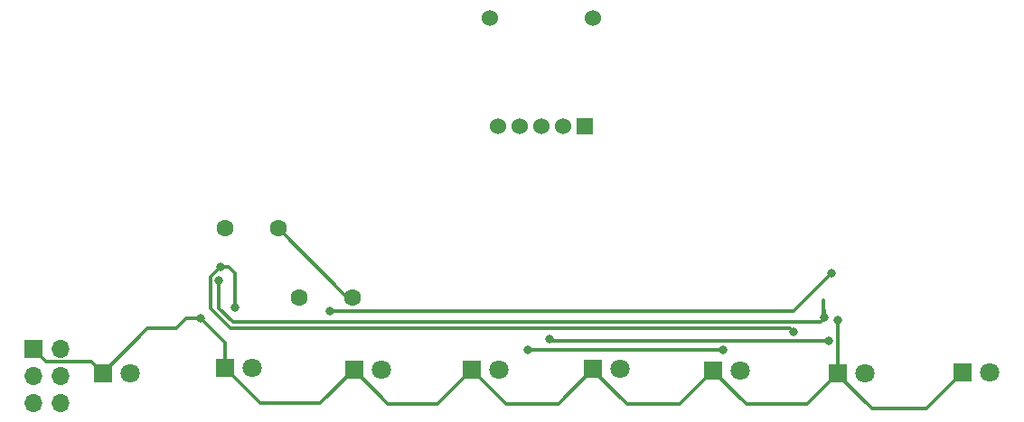
<source format=gbr>
%TF.GenerationSoftware,KiCad,Pcbnew,5.1.10-88a1d61d58~88~ubuntu20.04.1*%
%TF.CreationDate,2021-10-16T20:43:53-04:00*%
%TF.ProjectId,Spaceship-Badge-555,53706163-6573-4686-9970-2d4261646765,rev?*%
%TF.SameCoordinates,Original*%
%TF.FileFunction,Copper,L1,Top*%
%TF.FilePolarity,Positive*%
%FSLAX46Y46*%
G04 Gerber Fmt 4.6, Leading zero omitted, Abs format (unit mm)*
G04 Created by KiCad (PCBNEW 5.1.10-88a1d61d58~88~ubuntu20.04.1) date 2021-10-16 20:43:53*
%MOMM*%
%LPD*%
G01*
G04 APERTURE LIST*
%TA.AperFunction,ComponentPad*%
%ADD10C,1.524000*%
%TD*%
%TA.AperFunction,ComponentPad*%
%ADD11R,1.524000X1.524000*%
%TD*%
%TA.AperFunction,ComponentPad*%
%ADD12R,1.700000X1.700000*%
%TD*%
%TA.AperFunction,ComponentPad*%
%ADD13O,1.700000X1.700000*%
%TD*%
%TA.AperFunction,ComponentPad*%
%ADD14C,1.800000*%
%TD*%
%TA.AperFunction,ComponentPad*%
%ADD15R,1.800000X1.800000*%
%TD*%
%TA.AperFunction,ComponentPad*%
%ADD16C,1.600000*%
%TD*%
%TA.AperFunction,ViaPad*%
%ADD17C,0.800000*%
%TD*%
%TA.AperFunction,Conductor*%
%ADD18C,0.350000*%
%TD*%
G04 APERTURE END LIST*
D10*
%TO.P,RV1,2*%
%TO.N,Net-(C2-Pad1)*%
X196524880Y-79786480D03*
%TO.P,RV1,*%
%TO.N,*%
X194492880Y-79786480D03*
%TO.P,RV1,1*%
%TO.N,Net-(RV1-Pad1)*%
X192460880Y-79786480D03*
%TO.P,RV1,*%
%TO.N,*%
X198556880Y-79786480D03*
D11*
%TO.P,RV1,3*%
%TO.N,Net-(C2-Pad1)*%
X200588880Y-79786480D03*
D10*
%TO.P,RV1,*%
%TO.N,*%
X201350880Y-69626480D03*
X191698880Y-69626480D03*
%TD*%
D12*
%TO.P,J1,1*%
%TO.N,GND*%
X148920000Y-100660000D03*
D13*
%TO.P,J1,2*%
%TO.N,Net-(D1-Pad1)*%
X151460000Y-100660000D03*
%TO.P,J1,3*%
%TO.N,Net-(J1-Pad3)*%
X148920000Y-103200000D03*
%TO.P,J1,4*%
%TO.N,Net-(J1-Pad4)*%
X151460000Y-103200000D03*
%TO.P,J1,5*%
%TO.N,Net-(J1-Pad5)*%
X148920000Y-105740000D03*
%TO.P,J1,6*%
%TO.N,Net-(J1-Pad6)*%
X151460000Y-105740000D03*
%TD*%
D14*
%TO.P,D11,2*%
%TO.N,Net-(D11-Pad2)*%
X238506000Y-102870000D03*
D15*
%TO.P,D11,1*%
%TO.N,GND*%
X235966000Y-102870000D03*
%TD*%
D14*
%TO.P,D10,2*%
%TO.N,Net-(D10-Pad2)*%
X226847000Y-102997000D03*
D15*
%TO.P,D10,1*%
%TO.N,GND*%
X224307000Y-102997000D03*
%TD*%
D14*
%TO.P,D9,2*%
%TO.N,Net-(D9-Pad2)*%
X215163000Y-102718000D03*
D15*
%TO.P,D9,1*%
%TO.N,GND*%
X212623000Y-102718000D03*
%TD*%
D14*
%TO.P,D8,2*%
%TO.N,Net-(D8-Pad2)*%
X203886000Y-102565000D03*
D15*
%TO.P,D8,1*%
%TO.N,GND*%
X201346000Y-102565000D03*
%TD*%
D14*
%TO.P,D7,2*%
%TO.N,Net-(D7-Pad2)*%
X192481000Y-102616000D03*
D15*
%TO.P,D7,1*%
%TO.N,GND*%
X189941000Y-102616000D03*
%TD*%
D14*
%TO.P,D6,2*%
%TO.N,Net-(D6-Pad2)*%
X181483000Y-102591000D03*
D15*
%TO.P,D6,1*%
%TO.N,GND*%
X178943000Y-102591000D03*
%TD*%
D14*
%TO.P,D5,2*%
%TO.N,Net-(D5-Pad2)*%
X169418000Y-102413000D03*
D15*
%TO.P,D5,1*%
%TO.N,GND*%
X166878000Y-102413000D03*
%TD*%
D14*
%TO.P,D4,2*%
%TO.N,Net-(D4-Pad2)*%
X157937000Y-102921000D03*
D15*
%TO.P,D4,1*%
%TO.N,GND*%
X155397000Y-102921000D03*
%TD*%
D16*
%TO.P,C2,2*%
%TO.N,GND*%
X178787000Y-95859600D03*
%TO.P,C2,1*%
%TO.N,Net-(C2-Pad1)*%
X173787000Y-95859600D03*
%TD*%
%TO.P,C1,2*%
%TO.N,GND*%
X171827000Y-89357200D03*
%TO.P,C1,1*%
%TO.N,Net-(C1-Pad1)*%
X166827000Y-89357200D03*
%TD*%
D17*
%TO.N,GND*%
X164602000Y-97810300D03*
X224241000Y-97972900D03*
%TO.N,+6V*%
X220161700Y-99097900D03*
X166406000Y-92999600D03*
X167762000Y-96799400D03*
%TO.N,Net-(R6-Pad2)*%
X223638600Y-93530700D03*
X176648700Y-97084100D03*
%TO.N,Net-(R7-Pad2)*%
X213547400Y-100761000D03*
X195208000Y-100761000D03*
%TO.N,Net-(R8-Pad2)*%
X223451200Y-99887000D03*
X197286400Y-99747700D03*
%TO.N,Net-(U1-Pad3)*%
X223008800Y-97706000D03*
X166304000Y-94259400D03*
%TD*%
D18*
%TO.N,GND*%
X189941000Y-102616000D02*
X193157000Y-105832000D01*
X193157000Y-105832000D02*
X198079000Y-105832000D01*
X198079000Y-105832000D02*
X201346000Y-102565000D01*
X178943000Y-102591000D02*
X178943000Y-102606000D01*
X178943000Y-102606000D02*
X182148000Y-105811000D01*
X182148000Y-105811000D02*
X186746000Y-105811000D01*
X186746000Y-105811000D02*
X189941000Y-102616000D01*
X166878000Y-102413000D02*
X170210000Y-105745000D01*
X170210000Y-105745000D02*
X175788000Y-105745000D01*
X175788000Y-105745000D02*
X178943000Y-102591000D01*
X201346000Y-102565000D02*
X201346000Y-102682000D01*
X201346000Y-102682000D02*
X204511000Y-105847000D01*
X204511000Y-105847000D02*
X209494000Y-105847000D01*
X209494000Y-105847000D02*
X212623000Y-102718000D01*
X212623000Y-102718000D02*
X212623000Y-102773000D01*
X212623000Y-102773000D02*
X215732000Y-105882000D01*
X215732000Y-105882000D02*
X221422000Y-105882000D01*
X221422000Y-105882000D02*
X224307000Y-102997000D01*
X224307000Y-102997000D02*
X224307000Y-103114000D01*
X224307000Y-103114000D02*
X227487000Y-106294000D01*
X227487000Y-106294000D02*
X232542000Y-106294000D01*
X232542000Y-106294000D02*
X235966000Y-102870000D01*
X224241000Y-97972900D02*
X224241000Y-102931000D01*
X224241000Y-102931000D02*
X224307000Y-102997000D01*
X171827000Y-89357200D02*
X178330000Y-95859600D01*
X178330000Y-95859600D02*
X178787000Y-95859600D01*
X164602000Y-97810300D02*
X166863000Y-100071000D01*
X166863000Y-100071000D02*
X166863000Y-102398000D01*
X166863000Y-102398000D02*
X166878000Y-102413000D01*
X148920000Y-100660000D02*
X150145000Y-101885000D01*
X150145000Y-101885000D02*
X154362000Y-101885000D01*
X154362000Y-101885000D02*
X155397000Y-102921000D01*
X155397000Y-102921000D02*
X155397000Y-102910840D01*
X155397000Y-102921000D02*
X155432560Y-102921000D01*
X155432560Y-102921000D02*
X159618680Y-98734880D01*
X159618680Y-98734880D02*
X162331400Y-98734880D01*
X163255980Y-97810300D02*
X164602000Y-97810300D01*
X162331400Y-98734880D02*
X163255980Y-97810300D01*
%TO.N,+6V*%
X166406000Y-92999600D02*
X165489200Y-93916400D01*
X165489200Y-93916400D02*
X165489200Y-96824400D01*
X165489200Y-96824400D02*
X167365900Y-98701100D01*
X167365900Y-98701100D02*
X219764900Y-98701100D01*
X219764900Y-98701100D02*
X220161700Y-99097900D01*
X166406000Y-92999600D02*
X167218000Y-92999600D01*
X167218000Y-92999600D02*
X167762000Y-93543100D01*
X167762000Y-93543100D02*
X167762000Y-96799400D01*
%TO.N,Net-(R6-Pad2)*%
X176648700Y-97084100D02*
X220085200Y-97084100D01*
X220085200Y-97084100D02*
X223638600Y-93530700D01*
%TO.N,Net-(R7-Pad2)*%
X195208000Y-100761000D02*
X213547400Y-100761000D01*
%TO.N,Net-(R8-Pad2)*%
X223451200Y-99887000D02*
X197425700Y-99887000D01*
X197425700Y-99887000D02*
X197286400Y-99747700D01*
%TO.N,Net-(U1-Pad3)*%
X222956000Y-96995000D02*
X223008800Y-97047800D01*
X223008800Y-97047800D02*
X223008800Y-97706000D01*
X222956000Y-96995000D02*
X222956000Y-96123800D01*
X166304000Y-94259400D02*
X166304000Y-96855300D01*
X166304000Y-96855300D02*
X167599000Y-98150700D01*
X167599000Y-98150700D02*
X222672000Y-98150700D01*
X222672000Y-98150700D02*
X222956000Y-97866200D01*
X222956000Y-97866200D02*
X222956000Y-96995000D01*
%TD*%
M02*

</source>
